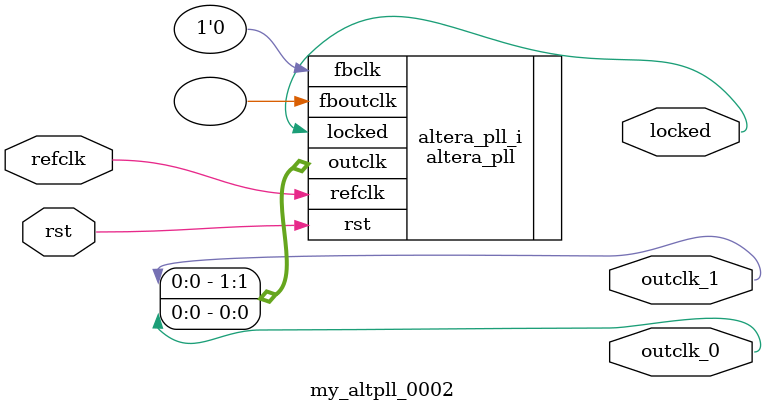
<source format=v>
`timescale 1ns/10ps
module  my_altpll_0002(

	// interface 'refclk'
	input wire refclk,

	// interface 'reset'
	input wire rst,

	// interface 'outclk0'
	output wire outclk_0,

	// interface 'outclk1'
	output wire outclk_1,

	// interface 'locked'
	output wire locked
);

	altera_pll #(
		.fractional_vco_multiplier("false"),
		.reference_clock_frequency("50.0 MHz"),
		.operation_mode("normal"),
		.number_of_clocks(2),
		.output_clock_frequency0("50.000000 MHz"),
		.phase_shift0("0 ps"),
		.duty_cycle0(50),
		.output_clock_frequency1("25.000000 MHz"),
		.phase_shift1("0 ps"),
		.duty_cycle1(50),
		.output_clock_frequency2("0 MHz"),
		.phase_shift2("0 ps"),
		.duty_cycle2(50),
		.output_clock_frequency3("0 MHz"),
		.phase_shift3("0 ps"),
		.duty_cycle3(50),
		.output_clock_frequency4("0 MHz"),
		.phase_shift4("0 ps"),
		.duty_cycle4(50),
		.output_clock_frequency5("0 MHz"),
		.phase_shift5("0 ps"),
		.duty_cycle5(50),
		.output_clock_frequency6("0 MHz"),
		.phase_shift6("0 ps"),
		.duty_cycle6(50),
		.output_clock_frequency7("0 MHz"),
		.phase_shift7("0 ps"),
		.duty_cycle7(50),
		.output_clock_frequency8("0 MHz"),
		.phase_shift8("0 ps"),
		.duty_cycle8(50),
		.output_clock_frequency9("0 MHz"),
		.phase_shift9("0 ps"),
		.duty_cycle9(50),
		.output_clock_frequency10("0 MHz"),
		.phase_shift10("0 ps"),
		.duty_cycle10(50),
		.output_clock_frequency11("0 MHz"),
		.phase_shift11("0 ps"),
		.duty_cycle11(50),
		.output_clock_frequency12("0 MHz"),
		.phase_shift12("0 ps"),
		.duty_cycle12(50),
		.output_clock_frequency13("0 MHz"),
		.phase_shift13("0 ps"),
		.duty_cycle13(50),
		.output_clock_frequency14("0 MHz"),
		.phase_shift14("0 ps"),
		.duty_cycle14(50),
		.output_clock_frequency15("0 MHz"),
		.phase_shift15("0 ps"),
		.duty_cycle15(50),
		.output_clock_frequency16("0 MHz"),
		.phase_shift16("0 ps"),
		.duty_cycle16(50),
		.output_clock_frequency17("0 MHz"),
		.phase_shift17("0 ps"),
		.duty_cycle17(50),
		.pll_type("General"),
		.pll_subtype("General")
	) altera_pll_i (
		.rst	(rst),
		.outclk	({outclk_1, outclk_0}),
		.locked	(locked),
		.fboutclk	( ),
		.fbclk	(1'b0),
		.refclk	(refclk)
	);
endmodule


</source>
